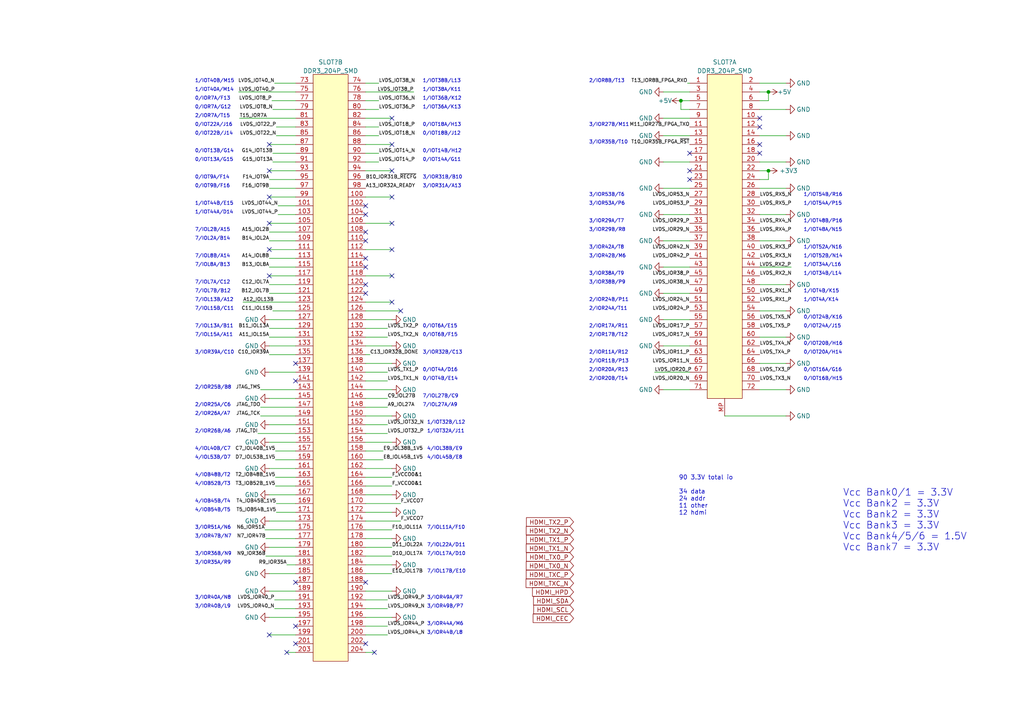
<source format=kicad_sch>
(kicad_sch (version 20211123) (generator eeschema)
  (paper "A4")
  (junction (at 222.885 49.53))
  (junction (at 197.485 29.21))
  (junction (at 222.885 26.67))
  (no_connect (at 106.045 59.69))
  (no_connect (at 85.725 110.49))
  (no_connect (at 106.045 77.47))
  (no_connect (at 106.045 69.85))
  (no_connect (at 106.045 186.69))
  (no_connect (at 78.105 184.15))
  (no_connect (at 113.665 64.77))
  (no_connect (at 106.045 67.31))
  (no_connect (at 106.045 85.09))
  (no_connect (at 83.185 189.23))
  (no_connect (at 78.105 80.01))
  (no_connect (at 113.665 80.01))
  (no_connect (at 106.045 168.91))
  (no_connect (at 113.665 57.15))
  (no_connect (at 220.345 34.29))
  (no_connect (at 85.725 186.69))
  (no_connect (at 78.105 49.53))
  (no_connect (at 200.025 44.45))
  (no_connect (at 106.045 62.23))
  (no_connect (at 85.725 181.61))
  (no_connect (at 113.665 34.29))
  (no_connect (at 200.025 49.53))
  (no_connect (at 78.105 64.77))
  (no_connect (at 78.105 57.15))
  (no_connect (at 113.665 49.53))
  (no_connect (at 113.665 72.39))
  (no_connect (at 220.345 44.45))
  (no_connect (at 85.725 105.41))
  (no_connect (at 78.105 41.91))
  (no_connect (at 220.345 41.91))
  (no_connect (at 113.665 87.63))
  (no_connect (at 220.345 36.83))
  (no_connect (at 108.585 189.23))
  (no_connect (at 106.045 82.55))
  (no_connect (at 85.725 168.91))
  (no_connect (at 78.105 72.39))
  (no_connect (at 106.045 74.93))
  (no_connect (at 116.205 90.17))
  (no_connect (at 200.025 52.07))
  (no_connect (at 113.665 41.91))
  (wire (pts (xy 109.855 31.75) (xy 106.045 31.75)))
  (wire (pts (xy 112.395 125.73) (xy 106.045 125.73)))
  (wire (pts (xy 106.045 57.15) (xy 113.665 57.15)))
  (wire (pts (xy 79.121 46.99) (xy 85.725 46.99)))
  (wire (pts (xy 78.105 77.47) (xy 85.725 77.47)))
  (wire (pts (xy 220.345 29.21) (xy 222.885 29.21)))
  (wire (pts (xy 77.089 156.21) (xy 85.725 156.21)))
  (wire (pts (xy 78.105 102.87) (xy 85.725 102.87)))
  (wire (pts (xy 210.185 120.65) (xy 227.965 120.65)))
  (wire (pts (xy 78.105 100.33) (xy 85.725 100.33)))
  (wire (pts (xy 109.855 39.37) (xy 106.045 39.37)))
  (wire (pts (xy 113.665 179.07) (xy 106.045 179.07)))
  (wire (pts (xy 227.965 105.41) (xy 220.345 105.41)))
  (wire (pts (xy 109.855 44.45) (xy 106.045 44.45)))
  (wire (pts (xy 227.965 46.99) (xy 220.345 46.99)))
  (wire (pts (xy 192.405 54.61) (xy 200.025 54.61)))
  (wire (pts (xy 227.965 39.37) (xy 220.345 39.37)))
  (wire (pts (xy 113.665 138.43) (xy 106.045 138.43)))
  (wire (pts (xy 79.883 140.97) (xy 85.725 140.97)))
  (wire (pts (xy 78.105 82.55) (xy 85.725 82.55)))
  (wire (pts (xy 74.803 125.73) (xy 85.725 125.73)))
  (wire (pts (xy 113.665 135.89) (xy 106.045 135.89)))
  (wire (pts (xy 112.395 110.49) (xy 106.045 110.49)))
  (wire (pts (xy 220.345 49.53) (xy 222.885 49.53)))
  (wire (pts (xy 229.489 77.47) (xy 220.345 77.47)))
  (wire (pts (xy 78.105 95.25) (xy 85.725 95.25)))
  (wire (pts (xy 78.105 97.79) (xy 85.725 97.79)))
  (wire (pts (xy 78.105 179.07) (xy 85.725 179.07)))
  (wire (pts (xy 227.965 54.61) (xy 220.345 54.61)))
  (wire (pts (xy 227.965 69.85) (xy 220.345 69.85)))
  (wire (pts (xy 113.665 120.65) (xy 106.045 120.65)))
  (wire (pts (xy 79.629 24.13) (xy 85.725 24.13)))
  (wire (pts (xy 80.137 39.37) (xy 85.725 39.37)))
  (wire (pts (xy 80.137 148.59) (xy 85.725 148.59)))
  (wire (pts (xy 79.121 31.75) (xy 85.725 31.75)))
  (wire (pts (xy 78.105 123.19) (xy 85.725 123.19)))
  (wire (pts (xy 113.665 158.75) (xy 106.045 158.75)))
  (wire (pts (xy 80.137 36.83) (xy 85.725 36.83)))
  (wire (pts (xy 112.395 118.11) (xy 106.045 118.11)))
  (wire (pts (xy 70.485 87.63) (xy 85.725 87.63)))
  (wire (pts (xy 197.485 31.75) (xy 197.485 29.21)))
  (wire (pts (xy 200.025 31.75) (xy 197.485 31.75)))
  (wire (pts (xy 106.045 87.63) (xy 113.665 87.63)))
  (wire (pts (xy 78.105 49.53) (xy 85.725 49.53)))
  (wire (pts (xy 78.105 67.31) (xy 85.725 67.31)))
  (wire (pts (xy 80.645 62.23) (xy 85.725 62.23)))
  (wire (pts (xy 79.883 130.81) (xy 85.725 130.81)))
  (wire (pts (xy 78.105 166.37) (xy 85.725 166.37)))
  (wire (pts (xy 107.315 102.87) (xy 106.045 102.87)))
  (wire (pts (xy 78.105 80.01) (xy 85.725 80.01)))
  (wire (pts (xy 227.965 97.79) (xy 220.345 97.79)))
  (wire (pts (xy 112.395 176.53) (xy 106.045 176.53)))
  (wire (pts (xy 113.665 161.29) (xy 106.045 161.29)))
  (wire (pts (xy 106.045 189.23) (xy 108.585 189.23)))
  (wire (pts (xy 106.045 80.01) (xy 113.665 80.01)))
  (wire (pts (xy 78.105 171.45) (xy 85.725 171.45)))
  (wire (pts (xy 192.405 34.29) (xy 200.025 34.29)))
  (wire (pts (xy 78.105 135.89) (xy 85.725 135.89)))
  (wire (pts (xy 113.665 148.59) (xy 106.045 148.59)))
  (wire (pts (xy 113.665 163.83) (xy 106.045 163.83)))
  (wire (pts (xy 78.105 52.07) (xy 85.725 52.07)))
  (wire (pts (xy 222.885 52.07) (xy 220.345 52.07)))
  (wire (pts (xy 113.665 100.33) (xy 106.045 100.33)))
  (wire (pts (xy 69.469 34.29) (xy 85.725 34.29)))
  (wire (pts (xy 113.665 128.27) (xy 106.045 128.27)))
  (wire (pts (xy 192.405 85.09) (xy 200.025 85.09)))
  (wire (pts (xy 109.855 36.83) (xy 106.045 36.83)))
  (wire (pts (xy 78.105 85.09) (xy 85.725 85.09)))
  (wire (pts (xy 106.045 72.39) (xy 113.665 72.39)))
  (wire (pts (xy 222.885 49.53) (xy 222.885 52.07)))
  (wire (pts (xy 112.395 123.19) (xy 106.045 123.19)))
  (wire (pts (xy 227.965 24.13) (xy 220.345 24.13)))
  (wire (pts (xy 79.629 173.99) (xy 85.725 173.99)))
  (wire (pts (xy 192.405 39.37) (xy 200.025 39.37)))
  (wire (pts (xy 75.565 113.03) (xy 85.725 113.03)))
  (wire (pts (xy 106.045 41.91) (xy 113.665 41.91)))
  (wire (pts (xy 111.125 133.35) (xy 106.045 133.35)))
  (wire (pts (xy 75.565 118.11) (xy 85.725 118.11)))
  (wire (pts (xy 77.089 161.29) (xy 85.725 161.29)))
  (wire (pts (xy 106.045 90.17) (xy 116.205 90.17)))
  (wire (pts (xy 192.405 100.33) (xy 200.025 100.33)))
  (wire (pts (xy 113.665 92.71) (xy 106.045 92.71)))
  (wire (pts (xy 113.665 105.41) (xy 106.045 105.41)))
  (wire (pts (xy 192.405 62.23) (xy 200.025 62.23)))
  (wire (pts (xy 120.015 26.67) (xy 106.045 26.67)))
  (wire (pts (xy 227.965 113.03) (xy 220.345 113.03)))
  (wire (pts (xy 78.105 151.13) (xy 85.725 151.13)))
  (wire (pts (xy 192.405 26.67) (xy 200.025 26.67)))
  (wire (pts (xy 79.121 90.17) (xy 85.725 90.17)))
  (wire (pts (xy 227.965 90.17) (xy 220.345 90.17)))
  (wire (pts (xy 113.665 153.67) (xy 106.045 153.67)))
  (wire (pts (xy 197.485 29.21) (xy 200.025 29.21)))
  (wire (pts (xy 78.105 158.75) (xy 85.725 158.75)))
  (wire (pts (xy 109.855 46.99) (xy 106.045 46.99)))
  (wire (pts (xy 78.105 107.95) (xy 85.725 107.95)))
  (wire (pts (xy 106.045 49.53) (xy 113.665 49.53)))
  (wire (pts (xy 78.867 29.21) (xy 85.725 29.21)))
  (wire (pts (xy 112.395 184.15) (xy 106.045 184.15)))
  (wire (pts (xy 192.405 46.99) (xy 200.025 46.99)))
  (wire (pts (xy 69.215 26.67) (xy 85.725 26.67)))
  (wire (pts (xy 192.405 77.47) (xy 200.025 77.47)))
  (wire (pts (xy 116.205 146.05) (xy 106.045 146.05)))
  (wire (pts (xy 112.395 173.99) (xy 106.045 173.99)))
  (wire (pts (xy 78.105 74.93) (xy 85.725 74.93)))
  (wire (pts (xy 112.395 95.25) (xy 106.045 95.25)))
  (wire (pts (xy 109.855 24.13) (xy 106.045 24.13)))
  (wire (pts (xy 113.665 166.37) (xy 106.045 166.37)))
  (wire (pts (xy 227.965 62.23) (xy 220.345 62.23)))
  (wire (pts (xy 189.865 107.95) (xy 200.025 107.95)))
  (wire (pts (xy 79.883 138.43) (xy 85.725 138.43)))
  (wire (pts (xy 199.39 24.13) (xy 200.025 24.13)))
  (wire (pts (xy 79.629 176.53) (xy 85.725 176.53)))
  (wire (pts (xy 192.405 92.71) (xy 200.025 92.71)))
  (wire (pts (xy 116.205 151.13) (xy 106.045 151.13)))
  (wire (pts (xy 113.665 113.03) (xy 106.045 113.03)))
  (wire (pts (xy 79.883 133.35) (xy 85.725 133.35)))
  (wire (pts (xy 78.105 64.77) (xy 85.725 64.77)))
  (wire (pts (xy 78.105 115.57) (xy 85.725 115.57)))
  (wire (pts (xy 112.395 107.95) (xy 106.045 107.95)))
  (wire (pts (xy 78.105 92.71) (xy 85.725 92.71)))
  (wire (pts (xy 113.665 171.45) (xy 106.045 171.45)))
  (wire (pts (xy 112.395 115.57) (xy 106.045 115.57)))
  (wire (pts (xy 78.105 57.15) (xy 85.725 57.15)))
  (wire (pts (xy 78.105 41.91) (xy 85.725 41.91)))
  (wire (pts (xy 78.105 54.61) (xy 85.725 54.61)))
  (wire (pts (xy 192.405 69.85) (xy 200.025 69.85)))
  (wire (pts (xy 106.045 34.29) (xy 113.665 34.29)))
  (wire (pts (xy 113.665 143.51) (xy 106.045 143.51)))
  (wire (pts (xy 192.405 113.03) (xy 200.025 113.03)))
  (wire (pts (xy 109.855 29.21) (xy 106.045 29.21)))
  (wire (pts (xy 76.835 153.67) (xy 85.725 153.67)))
  (wire (pts (xy 220.345 26.67) (xy 222.885 26.67)))
  (wire (pts (xy 78.105 184.15) (xy 85.725 184.15)))
  (wire (pts (xy 112.395 97.79) (xy 106.045 97.79)))
  (wire (pts (xy 78.105 128.27) (xy 85.725 128.27)))
  (wire (pts (xy 111.125 130.81) (xy 106.045 130.81)))
  (wire (pts (xy 113.665 140.97) (xy 106.045 140.97)))
  (wire (pts (xy 78.105 72.39) (xy 85.725 72.39)))
  (wire (pts (xy 83.185 163.83) (xy 85.725 163.83)))
  (wire (pts (xy 113.665 156.21) (xy 106.045 156.21)))
  (wire (pts (xy 227.965 31.75) (xy 220.345 31.75)))
  (wire (pts (xy 227.965 82.55) (xy 220.345 82.55)))
  (wire (pts (xy 78.105 143.51) (xy 85.725 143.51)))
  (wire (pts (xy 83.185 189.23) (xy 85.725 189.23)))
  (wire (pts (xy 78.105 69.85) (xy 85.725 69.85)))
  (wire (pts (xy 222.885 29.21) (xy 222.885 26.67)))
  (wire (pts (xy 75.565 120.65) (xy 85.725 120.65)))
  (wire (pts (xy 80.137 146.05) (xy 85.725 146.05)))
  (wire (pts (xy 112.395 181.61) (xy 106.045 181.61)))
  (wire (pts (xy 106.045 64.77) (xy 113.665 64.77)))
  (wire (pts (xy 80.645 59.69) (xy 85.725 59.69)))
  (wire (pts (xy 79.121 44.45) (xy 85.725 44.45)))
  (text "3/IOR38B/P9\n" (at 170.815 82.55 0) (effects (font (size 1 1)) (justify left bottom)))
  (text "3/IOR42B/M6\n" (at 170.815 74.93 0) (effects (font (size 1 1)) (justify left bottom)))
  (text "7/IOL17A/D10\n" (at 123.825 161.29 0) (effects (font (size 1 1)) (justify left bottom)))
  (text "3/IOR40A/N8\n" (at 56.515 173.99 0) (effects (font (size 1 1)) (justify left bottom)))
  (text "Vcc Bank2 = 3.3V" (at 244.475 150.495 0) (effects (font (size 2 2)) (justify left bottom)))
  (text "1/IOT36B/K12\n" (at 122.555 29.21 0) (effects (font (size 1 1)) (justify left bottom)))
  (text "7/IOL2B/A15\n" (at 56.515 67.31 0) (effects (font (size 1 1)) (justify left bottom)))
  (text "4/IOB45B/T4\n" (at 56.515 146.05 0) (effects (font (size 1 1)) (justify left bottom)))
  (text "Vcc Bank7 = 3.3V" (at 244.475 160.02 0) (effects (font (size 2 2)) (justify left bottom)))
  (text "3/IOR39A/C10" (at 56.515 102.87 0) (effects (font (size 1 1)) (justify left bottom)))
  (text "1/IOT34B/L14\n" (at 233.045 80.01 0) (effects (font (size 1 1)) (justify left bottom)))
  (text "3/IOR36B/N9\n" (at 56.515 161.29 0) (effects (font (size 1 1)) (justify left bottom)))
  (text "4/IOL38B/E9\n" (at 123.825 130.81 0) (effects (font (size 1 1)) (justify left bottom)))
  (text "1/IOT32B/L12\n" (at 123.825 123.19 0) (effects (font (size 1 1)) (justify left bottom)))
  (text "3/IOR44A/M6\n" (at 123.825 181.61 0) (effects (font (size 1 1)) (justify left bottom)))
  (text "0/IOT6A/E15\n" (at 122.555 95.25 0) (effects (font (size 1 1)) (justify left bottom)))
  (text "0/IOT9A/F14\n" (at 56.515 52.07 0) (effects (font (size 1 1)) (justify left bottom)))
  (text "0/IOT22A/J16\n" (at 56.515 36.83 0) (effects (font (size 1 1)) (justify left bottom)))
  (text "0/IOT13A/G15\n" (at 56.515 46.99 0) (effects (font (size 1 1)) (justify left bottom)))
  (text "3/IOR49A/R7" (at 123.825 173.99 0) (effects (font (size 1 1)) (justify left bottom)))
  (text "Vcc Bank2 = 3.3V" (at 244.475 147.32 0) (effects (font (size 2 2)) (justify left bottom)))
  (text "1/IOT36A/K13\n" (at 122.555 31.75 0) (effects (font (size 1 1)) (justify left bottom)))
  (text "3/IOR29A/T7\n" (at 170.815 64.77 0) (effects (font (size 1 1)) (justify left bottom)))
  (text "1/IOT38B/L13\n" (at 122.555 24.13 0) (effects (font (size 1 1)) (justify left bottom)))
  (text "1/IOT4B/K15\n" (at 233.045 85.09 0) (effects (font (size 1 1)) (justify left bottom)))
  (text "1/IOT38A/K11\n" (at 122.555 26.67 0) (effects (font (size 1 1)) (justify left bottom)))
  (text "7/IOL17B/E10\n" (at 123.825 166.37 0) (effects (font (size 1 1)) (justify left bottom)))
  (text "3/IOR44B/L8" (at 123.825 184.15 0) (effects (font (size 1 1)) (justify left bottom)))
  (text "4/IOB52B/T3" (at 56.515 140.97 0) (effects (font (size 1 1)) (justify left bottom)))
  (text "1/IOT40B/M15\n" (at 56.515 24.13 0) (effects (font (size 1 1)) (justify left bottom)))
  (text "1/IOT54A/P15\n" (at 233.045 59.69 0) (effects (font (size 1 1)) (justify left bottom)))
  (text "0/IOR7A/G12" (at 56.515 31.75 0) (effects (font (size 1 1)) (justify left bottom)))
  (text "1/IOT44A/D14" (at 56.515 62.23 0) (effects (font (size 1 1)) (justify left bottom)))
  (text "3/IOR38A/T9\n" (at 170.815 80.01 0) (effects (font (size 1 1)) (justify left bottom)))
  (text "2/IOR17B/T12\n" (at 170.815 97.79 0) (effects (font (size 1 1)) (justify left bottom)))
  (text "0/IOT20B/H16\n" (at 233.045 100.33 0) (effects (font (size 1 1)) (justify left bottom)))
  (text "Vcc Bank3 = 3.3V" (at 244.475 153.67 0) (effects (font (size 2 2)) (justify left bottom)))
  (text "7/IOL22A/D11\n" (at 123.825 158.75 0) (effects (font (size 1 1)) (justify left bottom)))
  (text "7/IOL11A/F10\n" (at 123.825 153.67 0) (effects (font (size 1 1)) (justify left bottom)))
  (text "3/IOR51A/N6\n" (at 56.515 153.67 0) (effects (font (size 1 1)) (justify left bottom)))
  (text "7/IOL7B/B12\n" (at 56.515 85.09 0) (effects (font (size 1 1)) (justify left bottom)))
  (text "2/IOR17A/R11\n" (at 170.815 95.25 0) (effects (font (size 1 1)) (justify left bottom)))
  (text "0/IOT4A/D16\n" (at 122.555 107.95 0) (effects (font (size 1 1)) (justify left bottom)))
  (text "0/IOT13B/G14\n" (at 56.515 44.45 0) (effects (font (size 1 1)) (justify left bottom)))
  (text "3/IOR27B/M11\n" (at 170.815 36.83 0) (effects (font (size 1 1)) (justify left bottom)))
  (text "0/IOT18A/H13" (at 122.555 36.83 0) (effects (font (size 1 1)) (justify left bottom)))
  (text "3/IOR35B/T10\n" (at 170.815 41.91 0) (effects (font (size 1 1)) (justify left bottom)))
  (text "2/IOR24A/T11\n" (at 170.815 90.17 0) (effects (font (size 1 1)) (justify left bottom)))
  (text "1/IOT52A/N16\n" (at 233.045 72.39 0) (effects (font (size 1 1)) (justify left bottom)))
  (text "2/IOR25A/C6\n" (at 56.515 118.11 0) (effects (font (size 1 1)) (justify left bottom)))
  (text "3/IOR40B/L9\n" (at 56.515 176.53 0) (effects (font (size 1 1)) (justify left bottom)))
  (text "7/IOL27A/A9\n" (at 122.555 118.11 0) (effects (font (size 1 1)) (justify left bottom)))
  (text "2/IOR8B/T13\n" (at 170.815 24.13 0) (effects (font (size 1 1)) (justify left bottom)))
  (text "7/IOL13B/A12\n" (at 56.515 87.63 0) (effects (font (size 1 1)) (justify left bottom)))
  (text "3/IOR32B/C13\n" (at 122.555 102.87 0) (effects (font (size 1 1)) (justify left bottom)))
  (text "0/IOT24B/K16\n" (at 233.045 92.71 0) (effects (font (size 1 1)) (justify left bottom)))
  (text "0/IOT6B/F15\n" (at 122.555 97.79 0) (effects (font (size 1 1)) (justify left bottom)))
  (text "3/IOR31A/A13" (at 122.555 54.61 0) (effects (font (size 1 1)) (justify left bottom)))
  (text "2/IOR7A/T15\n" (at 56.515 34.29 0) (effects (font (size 1 1)) (justify left bottom)))
  (text "0/IOR7A/F13\n" (at 56.515 29.21 0) (effects (font (size 1 1)) (justify left bottom)))
  (text "0/IOT14B/H12\n" (at 122.555 44.45 0) (effects (font (size 1 1)) (justify left bottom)))
  (text "7/IOL15A/A11\n" (at 56.515 97.79 0) (effects (font (size 1 1)) (justify left bottom)))
  (text "7/IOL15B/C11\n" (at 56.515 90.17 0) (effects (font (size 1 1)) (justify left bottom)))
  (text "3/IOR53A/P6\n" (at 170.815 59.69 0) (effects (font (size 1 1)) (justify left bottom)))
  (text "0/IOT16B/H15\n" (at 233.045 110.49 0) (effects (font (size 1 1)) (justify left bottom)))
  (text "1/IOT44B/E15\n" (at 56.515 59.69 0) (effects (font (size 1 1)) (justify left bottom)))
  (text "4/IOL40B/C7\n" (at 56.515 130.81 0) (effects (font (size 1 1)) (justify left bottom)))
  (text "2/IOR26A/A7\n" (at 56.515 120.65 0) (effects (font (size 1 1)) (justify left bottom)))
  (text "2/IOR25B/B8\n" (at 56.515 113.03 0) (effects (font (size 1 1)) (justify left bottom)))
  (text "0/IOT14A/G11" (at 122.555 46.99 0) (effects (font (size 1 1)) (justify left bottom)))
  (text "3/IOR42A/T8\n" (at 170.815 72.39 0) (effects (font (size 1 1)) (justify left bottom)))
  (text "0/IOT22B/J14\n" (at 56.515 39.37 0) (effects (font (size 1 1)) (justify left bottom)))
  (text "Vcc Bank4/5/6 = 1.5V" (at 244.475 156.845 0) (effects (font (size 2 2)) (justify left bottom)))
  (text "7/IOL13A/B11\n" (at 56.515 95.25 0) (effects (font (size 1 1)) (justify left bottom)))
  (text "0/IOT24A/J15\n" (at 233.045 95.25 0) (effects (font (size 1 1)) (justify left bottom)))
  (text "4/IOB54B/T5\n" (at 56.515 148.59 0) (effects (font (size 1 1)) (justify left bottom)))
  (text "0/IOT9B/F16\n" (at 56.515 54.61 0) (effects (font (size 1 1)) (justify left bottom)))
  (text "7/IOL27B/C9\n" (at 122.555 115.57 0) (effects (font (size 1 1)) (justify left bottom)))
  (text "4/IOL53B/D7" (at 56.515 133.35 0) (effects (font (size 1 1)) (justify left bottom)))
  (text "1/IOT48A/N15\n" (at 233.045 67.31 0) (effects (font (size 1 1)) (justify left bottom)))
  (text "4/IOL45B/E8\n" (at 123.825 133.35 0) (effects (font (size 1 1)) (justify left bottom)))
  (text "3/IOR29B/R8\n" (at 170.815 67.31 0) (effects (font (size 1 1)) (justify left bottom)))
  (text "1/IOT48B/P16\n" (at 233.045 64.77 0) (effects (font (size 1 1)) (justify left bottom)))
  (text "7/IOL7A/C12\n" (at 56.515 82.55 0) (effects (font (size 1 1)) (justify left bottom)))
  (text "Vcc Bank0/1 = 3.3V" (at 244.475 144.145 0) (effects (font (size 2 2)) (justify left bottom)))
  (text "1/IOT54B/R16\n" (at 233.045 57.15 0) (effects (font (size 1 1)) (justify left bottom)))
  (text "7/IOL2A/B14\n" (at 56.515 69.85 0) (effects (font (size 1 1)) (justify left bottom)))
  (text "3/IOR31B/B10" (at 122.555 52.07 0) (effects (font (size 1 1)) (justify left bottom)))
  (text "2/IOR11B/P13\n" (at 170.815 105.41 0) (effects (font (size 1 1)) (justify left bottom)))
  (text "0/IOT18B/J12\n" (at 122.555 39.37 0) (effects (font (size 1 1)) (justify left bottom)))
  (text "2/IOR20B/T14\n" (at 170.815 110.49 0) (effects (font (size 1 1)) (justify left bottom)))
  (text "0/IOT20A/H14\n" (at 233.045 102.87 0) (effects (font (size 1 1)) (justify left bottom)))
  (text "1/IOT32A/J11\n" (at 123.825 125.73 0) (effects (font (size 1 1)) (justify left bottom)))
  (text "3/IOR35A/R9\n" (at 56.515 163.83 0) (effects (font (size 1 1)) (justify left bottom)))
  (text "1/IOT40A/M14\n" (at 56.515 26.67 0) (effects (font (size 1 1)) (justify left bottom)))
  (text "1/IOT52B/N14\n" (at 233.045 74.93 0) (effects (font (size 1 1)) (justify left bottom)))
  (text "2/IOR26B/A6\n" (at 56.515 125.73 0) (effects (font (size 1 1)) (justify left bottom)))
  (text "7/IOL8B/A14\n" (at 56.515 74.93 0) (effects (font (size 1 1)) (justify left bottom)))
  (text "4/IOB48B/T2" (at 56.515 138.43 0) (effects (font (size 1 1)) (justify left bottom)))
  (text "3/IOR47B/N7" (at 56.515 156.21 0) (effects (font (size 1 1)) (justify left bottom)))
  (text "7/IOL8A/B13\n" (at 56.515 77.47 0) (effects (font (size 1 1)) (justify left bottom)))
  (text "0/IOT16A/G16\n" (at 233.045 107.95 0) (effects (font (size 1 1)) (justify left bottom)))
  (text "2/IOR20A/R13\n" (at 170.815 107.95 0) (effects (font (size 1 1)) (justify left bottom)))
  (text "90 3.3V total io\n\n34 data\n24 addr\n11 other\n12 hdmi" (at 196.85 149.606 0) (effects (font (size 1.27 1.27)) (justify left bottom)))
  (text "3/IOR49B/P7\n" (at 123.825 176.53 0) (effects (font (size 1 1)) (justify left bottom)))
  (text "1/IOT34A/L16\n" (at 233.045 77.47 0) (effects (font (size 1 1)) (justify left bottom)))
  (text "2/IOR11A/R12\n" (at 170.815 102.87 0) (effects (font (size 1 1)) (justify left bottom)))
  (text "3/IOR53B/T6\n" (at 170.815 57.15 0) (effects (font (size 1 1)) (justify left bottom)))
  (text "2/IOR24B/P11\n" (at 170.815 87.63 0) (effects (font (size 1 1)) (justify left bottom)))
  (text "0/IOT4B/E14\n" (at 122.555 110.49 0) (effects (font (size 1 1)) (justify left bottom)))
  (text "1/IOT4A/K14\n" (at 233.045 87.63 0) (effects (font (size 1 1)) (justify left bottom)))
  (label "LVDS_IOT22_P" (at 80.137 36.83 180) (effects (font (size 1 1))))
  (label "N7_IOR47B" (at 77.089 156.21 180) (effects (font (size 1 1))))
  (label "LVDS_IOT14_P" (at 109.855 46.99 0) (effects (font (size 1 1))))
  (label "T3_IOB52B_1V5" (at 79.883 140.97 180) (effects (font (size 1 1))))
  (label "LVDS_IOR40_N" (at 79.629 176.53 180) (effects (font (size 1 1))))
  (label "C13_IOR32B_DONE" (at 107.315 102.87 0) (effects (font (size 1 1))))
  (label "LVDS_TX1_N" (at 112.395 110.49 0) (effects (font (size 1 1))))
  (label "LVDS_IOR42_N" (at 200.025 72.39 180) (effects (font (size 1 1))))
  (label "LVDS_IOR49_N" (at 112.395 176.53 0) (effects (font (size 1 1))))
  (label "LVDS_IOR17_P" (at 200.025 95.25 180) (effects (font (size 1 1))))
  (label "LVDS_IOR38_N" (at 200.025 82.55 180) (effects (font (size 1 1))))
  (label "LVDS_IOR49_P" (at 112.395 173.99 0) (effects (font (size 1 1))))
  (label "LVDS_RX2_N" (at 220.345 80.01 0) (effects (font (size 1 1))))
  (label "D10_IOL17A" (at 113.665 161.29 0) (effects (font (size 1 1))))
  (label "M11_IOR27B_FPGA_TXO" (at 200.025 36.83 180) (effects (font (size 1 1))))
  (label "B11_IOL13A" (at 78.105 95.25 180) (effects (font (size 1 1))))
  (label "LVDS_IOT14_N" (at 109.855 44.45 0) (effects (font (size 1 1))))
  (label "LVDS_IOR53_P" (at 200.025 59.69 180) (effects (font (size 1 1))))
  (label "LVDS_RX3_N" (at 220.345 74.93 0) (effects (font (size 1 1))))
  (label "LVDS_IOT8_P" (at 78.867 29.21 180) (effects (font (size 1 1))))
  (label "T10_IOR35B_FPGA_~{RST}" (at 200.025 41.91 180) (effects (font (size 1 1))))
  (label "LVDS_TX4_P" (at 220.345 102.87 0) (effects (font (size 1 1))))
  (label "E8_IOL45B_1V5" (at 111.125 133.35 0) (effects (font (size 1 1))))
  (label "C9_IOL27B" (at 112.395 115.57 0) (effects (font (size 1 1))))
  (label "JTAG_TDO" (at 75.565 118.11 180) (effects (font (size 1 1))))
  (label "D7_IOL53B_1V5" (at 79.883 133.35 180) (effects (font (size 1 1))))
  (label "LVDS_IOT22_N" (at 80.137 39.37 180) (effects (font (size 1 1))))
  (label "A9_IOL27A" (at 112.395 118.11 0) (effects (font (size 1 1))))
  (label "LVDS_IOR20_N" (at 200.025 110.49 180) (effects (font (size 1 1))))
  (label "LVDS_IOR38_P" (at 200.025 80.01 180) (effects (font (size 1 1))))
  (label "F16_IOT9B" (at 78.105 54.61 180) (effects (font (size 1 1))))
  (label "LVDS_TX4_N" (at 220.345 100.33 0) (effects (font (size 1 1))))
  (label "LVDS_RX5_N" (at 220.345 57.15 0) (effects (font (size 1 1))))
  (label "B14_IOL2A" (at 78.105 69.85 180) (effects (font (size 1 1))))
  (label "LVDS_IOR53_N" (at 200.025 57.15 180) (effects (font (size 1 1))))
  (label "G14_IOT13B" (at 79.121 44.45 180) (effects (font (size 1 1))))
  (label "LVDS_IOR44_N" (at 112.395 184.15 0) (effects (font (size 1 1))))
  (label "G15_IOT13A" (at 79.121 46.99 180) (effects (font (size 1 1))))
  (label "LVDS_RX4_N" (at 220.345 64.77 0) (effects (font (size 1 1))))
  (label "JTAG_TMS" (at 75.565 113.03 180) (effects (font (size 1 1))))
  (label "LVDS_IOR24_P" (at 200.025 90.17 180) (effects (font (size 1 1))))
  (label "LVDS_IOR29_N" (at 200.025 67.31 180) (effects (font (size 1 1))))
  (label "B13_IOL8A" (at 78.105 77.47 180) (effects (font (size 1 1))))
  (label "B10_IOR31B_~{RECFG}" (at 106.045 52.07 0) (effects (font (size 1 1))))
  (label "LVDS_RX1_N" (at 220.345 85.09 0) (effects (font (size 1 1))))
  (label "LVDS_IOT8_N" (at 79.121 31.75 180) (effects (font (size 1 1))))
  (label "C12_IOL7A" (at 78.105 82.55 180) (effects (font (size 1 1))))
  (label "C11_IOL15B" (at 79.121 90.17 180) (effects (font (size 1 1))))
  (label "F_VCCO7" (at 116.205 146.05 0) (effects (font (size 1 1))))
  (label "LVDS_IOR24_N" (at 200.025 87.63 180) (effects (font (size 1 1))))
  (label "LVDS_IOR44_P" (at 112.395 181.61 0) (effects (font (size 1 1))))
  (label "LVDS_IOT40_N" (at 79.629 24.13 180) (effects (font (size 1 1))))
  (label "C10_IOR39A" (at 78.105 102.87 180) (effects (font (size 1 1))))
  (label "LVDS_IOR11_P" (at 200.025 102.87 180) (effects (font (size 1 1))))
  (label "LVDS_IOT44_P" (at 80.645 62.23 180) (effects (font (size 1 1))))
  (label "LVDS_IOT44_N" (at 80.645 59.69 180) (effects (font (size 1 1))))
  (label "LVDS_TX5_P" (at 220.345 95.25 0) (effects (font (size 1 1))))
  (label "A11_IOL15A" (at 78.105 97.79 180) (effects (font (size 1 1))))
  (label "LVDS_TX2_N" (at 112.395 97.79 0) (effects (font (size 1 1))))
  (label "B12_IOL7B" (at 78.105 85.09 180) (effects (font (size 1 1))))
  (label "LVDS_TX1_P" (at 112.395 107.95 0) (effects (font (size 1 1))))
  (label "LVDS_IOT32_P" (at 112.395 125.73 0) (effects (font (size 1 1))))
  (label "LVDS_IOR29_P" (at 200.025 64.77 180) (effects (font (size 1 1))))
  (label "T4_IOB45B_1V5" (at 80.137 146.05 180) (effects (font (size 1 1))))
  (label "F_VCCO0&1" (at 113.665 140.97 0) (effects (font (size 1 1))))
  (label "JTAG_TCK" (at 75.565 120.65 180) (effects (font (size 1 1))))
  (label "D11_IOL22A" (at 113.665 158.75 0) (effects (font (size 1 1))))
  (label "E10_IOL17B" (at 113.665 166.37 0) (effects (font (size 1 1))))
  (label "T13_IOR8B_FPGA_RXO" (at 199.39 24.13 180) (effects (font (size 1 1))))
  (label "LVDS_TX3_P" (at 220.345 107.95 0) (effects (font (size 1 1))))
  (label "R9_IOR35A" (at 83.185 163.83 180) (effects (font (size 1 1))))
  (label "LVDS_IOR20_P" (at 189.865 107.95 0) (effects (font (size 1 1))))
  (label "F_VCCO0&1" (at 113.665 138.43 0) (effects (font (size 1 1))))
  (label "LVDS_IOT32_N" (at 112.395 123.19 0) (effects (font (size 1 1))))
  (label "A13_IOR32A_READY" (at 106.045 54.61 0) (effects (font (size 1 1))))
  (label "JTAG_TDI" (at 74.803 125.73 180) (effects (font (size 1 1))))
  (label "C9_IOL27B" (at 338.582 118.364 180) (effects (font (size 1 1))))
  (label "T2_IOB48B_1V5" (at 79.883 138.43 180) (effects (font (size 1 1))))
  (label "LVDS_IOT38_P" (at 120.015 26.67 180) (effects (font (size 1 1))))
  (label "LVDS_IOR11_N" (at 200.025 105.41 180) (effects (font (size 1 1))))
  (label "LVDS_RX1_P" (at 220.345 87.63 0) (effects (font (size 1 1))))
  (label "LVDS_RX3_P" (at 220.345 72.39 0) (effects (font (size 1 1))))
  (label "LVDS_IOT18_P" (at 109.855 36.83 0) (effects (font (size 1 1))))
  (label "E9_IOL38B_1V5" (at 111.125 130.81 0) (effects (font (size 1 1))))
  (label "LVDS_TX2_P" (at 112.395 95.25 0) (effects (font (size 1 1))))
  (label "LVDS_IOT38_N" (at 109.855 24.13 0) (effects (font (size 1 1))))
  (label "T5_IOB54B_1V5" (at 80.137 148.59 180) (effects (font (size 1 1))))
  (label "LVDS_RX2_P" (at 229.489 77.47 180) (effects (font (size 1 1))))
  (label "N9_IOR36B" (at 77.089 161.29 180) (effects (font (size 1 1))))
  (label "F14_IOT9A" (at 78.105 52.07 180) (effects (font (size 1 1))))
  (label "LVDS_IOT36_P" (at 109.855 31.75 0) (effects (font (size 1 1))))
  (label "LVDS_RX5_P" (at 220.345 59.69 0) (effects (font (size 1 1))))
  (label "N6_IOR51A" (at 76.835 153.67 180) (effects (font (size 1 1))))
  (label "A12_IOL13B" (at 70.485 87.63 0) (effects (font (size 1 1))))
  (label "LVDS_IOT36_N" (at 109.855 29.21 0) (effects (font (size 1 1))))
  (label "A15_IOL2B" (at 78.105 67.31 180) (effects (font (size 1 1))))
  (label "LVDS_TX3_N" (at 220.345 110.49 0) (effects (font (size 1 1))))
  (label "LVDS_IOT18_N" (at 109.855 39.37 0) (effects (font (size 1 1))))
  (label "LVDS_IOR40_P" (at 79.629 173.99 180) (effects (font (size 1 1))))
  (label "LVDS_IOT40_P" (at 69.215 26.67 0) (effects (font (size 1 1))))
  (label "LVDS_TX5_N" (at 220.345 92.71 0) (effects (font (size 1 1))))
  (label "T15_IOR7A" (at 69.469 34.29 0) (effects (font (size 1 1))))
  (label "F_VCCO7" (at 116.205 151.13 0) (effects (font (size 1 1))))
  (label "C7_IOL40B_1V5" (at 79.883 130.81 180) (effects (font (size 1 1))))
  (label "LVDS_IOR42_P" (at 200.025 74.93 180) (effects (font (size 1 1))))
  (label "A14_IOL8B" (at 78.105 74.93 180) (effects (font (size 1 1))))
  (label "LVDS_RX4_P" (at 220.345 67.31 0) (effects (font (size 1 1))))
  (label "LVDS_IOR17_N" (at 200.025 97.79 180) (effects (font (size 1 1))))
  (label "F10_IOL11A" (at 113.665 153.67 0) (effects (font (size 1 1))))
  (label "LVDS_IOR44_P" (at 443.992 37.084 180) (effects (font (size 1 1))))
  (global_label "HDMI_TXC_P" (shape input) (at 166.37 166.624 180) (property "Intersheet References" "${INTERSHEET_REFS}" (effects hide)))
  (global_label "FPGA_D16" (shape bidirectional) (at 396.24 123.698 0) (property "Intersheet References" "${INTERSHEET_REFS}" (effects hide)))
  (global_label "FPGA_A21" (shape bidirectional) (at 396.24 226.06 0) (property "Intersheet References" "${INTERSHEET_REFS}" (effects hide)))
  (global_label "FPGA_D14" (shape bidirectional) (at 396.24 118.618 0) (property "Intersheet References" "${INTERSHEET_REFS}" (effects hide)))
  (global_label "FPGA_A19" (shape bidirectional) (at 396.24 220.98 0) (property "Intersheet References" "${INTERSHEET_REFS}" (effects hide)))
  (global_label "HDMI_TX2_P" (shape input) (at 166.37 151.384 180) (property "Intersheet References" "${INTERSHEET_REFS}" (effects hide)))
  (global_label "FPGA_D28" (shape bidirectional) (at 396.24 154.178 0) (property "Intersheet References" "${INTERSHEET_REFS}" (effects hide)))
  (global_label "FPGA_INT_" (shape input) (at 396.24 264.16 0) (property "Intersheet References" "${INTERSHEET_REFS}" (effects hide)))
  (global_label "FPGA_A7" (shape bidirectional) (at 396.24 190.5 0) (property "Intersheet References" "${INTERSHEET_REFS}" (effects hide)))
  (global_label "FPGA_D2" (shape bidirectional) (at 396.24 88.138 0) (property "Intersheet References" "${INTERSHEET_REFS}" (effects hide)))
  (global_label "FPGA_D12" (shape bidirectional) (at 396.24 113.538 0) (property "Intersheet References" "${INTERSHEET_REFS}" (effects hide)))
  (global_label "FPGA_D7" (shape bidirectional) (at 396.24 100.838 0) (property "Intersheet References" "${INTERSHEET_REFS}" (effects hide)))
  (global_label "FPGA_A9" (shape bidirectional) (at 396.24 195.58 0) (property "Intersheet References" "${INTERSHEET_REFS}" (effects hide)))
  (global_label "_FPGA_D_BUFF_OE" (shape bidirectional) (at 396.24 166.878 0) (property "Intersheet References" "${INTERSHEET_REFS}" (effects hide)))
  (global_label "FPGA_DSACK1_" (shape input) (at 396.24 259.08 0) (property "Intersheet References" "${INTERSHEET_REFS}" (effects hide)))
  (global_label "FPGA_A17" (shape bidirectional) (at 396.24 215.9 0) (property "Intersheet References" "${INTERSHEET_REFS}" (effects hide)))
  (global_label "FPGA_DSACK0_" (shape input) (at 396.24 261.62 0) (property "Intersheet References" "${INTERSHEET_REFS}" (effects hide)))
  (global_label "FPGA_A6" (shape bidirectional) (at 396.24 187.96 0) (property "Intersheet References" "${INTERSHEET_REFS}" (effects hide)))
  (global_label "FPGA_D23" (shape bidirectional) (at 396.24 141.478 0) (property "Intersheet References" "${INTERSHEET_REFS}" (effects hide)))
  (global_label "FPGA_D4" (shape bidirectional) (at 396.24 93.218 0) (property "Intersheet References" "${INTERSHEET_REFS}" (effects hide)))
  (global_label "FPGA_D_BUFF_DIR" (shape bidirectional) (at 396.24 164.338 0) (property "Intersheet References" "${INTERSHEET_REFS}" (effects hide)))
  (global_label "FPGA_D27" (shape bidirectional) (at 396.24 151.638 0) (property "Intersheet References" "${INTERSHEET_REFS}" (effects hide)))
  (global_label "FPGA_A14" (shape bidirectional) (at 396.24 208.28 0) (property "Intersheet References" "${INTERSHEET_REFS}" (effects hide)))
  (global_label "HDMI_TX2_N" (shape input) (at 166.37 153.924 180) (property "Intersheet References" "${INTERSHEET_REFS}" (effects hide)))
  (global_label "FPGA_D20" (shape bidirectional) (at 396.24 133.858 0) (property "Intersheet References" "${INTERSHEET_REFS}" (effects hide)))
  (global_label "FPGA_D19" (shape bidirectional) (at 396.24 131.318 0) (property "Intersheet References" "${INTERSHEET_REFS}" (effects hide)))
  (global_label "FPGA_D1" (shape bidirectional) (at 396.24 85.598 0) (property "Intersheet References" "${INTERSHEET_REFS}" (effects hide)))
  (global_label "FPGA_D26" (shape bidirectional) (at 396.24 149.098 0) (property "Intersheet References" "${INTERSHEET_REFS}" (effects hide)))
  (global_label "FPGA_D8" (shape bidirectional) (at 396.24 103.378 0) (property "Intersheet References" "${INTERSHEET_REFS}" (effects hide)))
  (global_label "FPGA_A13" (shape bidirectional) (at 396.24 205.74 0) (property "Intersheet References" "${INTERSHEET_REFS}" (effects hide)))
  (global_label "FPGA_SIZE1" (shape input) (at 396.24 246.38 0) (property "Intersheet References" "${INTERSHEET_REFS}" (effects hide)))
  (global_label "FPGA_OVR_" (shape input) (at 396.24 256.54 0) (property "Intersheet References" "${INTERSHEET_REFS}" (effects hide)))
  (global_label "FPGA_A20" (shape bidirectional) (at 396.24 223.52 0) (property "Intersheet References" "${INTERSHEET_REFS}" (effects hide)))
  (global_label "FPGA_D25" (shape bidirectional) (at 396.24 146.558 0) (property "Intersheet References" "${INTERSHEET_REFS}" (effects hide)))
  (global_label "FPGA_RST_" (shape input) (at 396.24 251.46 0) (property "Intersheet References" "${INTERSHEET_REFS}" (effects hide)))
  (global_label "FPGA_A22" (shape bidirectional) (at 396.24 228.6 0) (property "Intersheet References" "${INTERSHEET_REFS}" (effects hide)))
  (global_label "FPGA_A2" (shape bidirectional) (at 396.24 177.8 0) (property "Intersheet References" "${INTERSHEET_REFS}" (effects hide)))
  (global_label "HDMI_SCL" (shape input) (at 166.37 176.784 180) (property "Intersheet References" "${INTERSHEET_REFS}" (effects hide)))
  (global_label "FPGA_D10" (shape bidirectional) (at 396.24 108.458 0) (property "Intersheet References" "${INTERSHEET_REFS}" (effects hide)))
  (global_label "FPGA_SIZE0" (shape input) (at 396.24 243.84 0) (property "Intersheet References" "${INTERSHEET_REFS}" (effects hide)))
  (global_label "FPGA_A18" (shape bidirectional) (at 396.24 218.44 0) (property "Intersheet References" "${INTERSHEET_REFS}" (effects hide)))
  (global_label "FPGA_A16" (shape bidirectional) (at 396.24 213.36 0) (property "Intersheet References" "${INTERSHEET_REFS}" (effects hide)))
  (global_label "FPGA_D29" (shape bidirectional) (at 396.24 156.718 0) (property "Intersheet References" "${INTERSHEET_REFS}" (effects hide)))
  (global_label "HDMI_TX1_P" (shape input) (at 166.37 156.464 180) (property "Intersheet References" "${INTERSHEET_REFS}" (effects hide)))
  (global_label "FPGA_D6" (shape bidirectional) (at 396.24 98.298 0) (property "Intersheet References" "${INTERSHEET_REFS}" (effects hide)))
  (global_label "FPGA_D5" (shape bidirectional) (at 396.24 95.758 0) (property "Intersheet References" "${INTERSHEET_REFS}" (effects hide)))
  (global_label "FPGA_D24" (shape bidirectional) (at 396.24 144.018 0) (property "Intersheet References" "${INTERSHEET_REFS}" (effects hide)))
  (global_label "FPGA_A3" (shape bidirectional) (at 396.24 180.34 0) (property "Intersheet References" "${INTERSHEET_REFS}" (effects hide)))
  (global_label "HDMI_SDA" (shape input) (at 166.37 174.244 180) (property "Intersheet References" "${INTERSHEET_REFS}" (effects hide)))
  (global_label "FPGA_DS_" (shape input) (at 396.24 236.22 0) (property "Intersheet References" "${INTERSHEET_REFS}" (effects hide)))
  (global_label "HDMI_HPD" (shape input) (at 166.37 171.704 180) (property "Intersheet References" "${INTERSHEET_REFS}" (effects hide)))
  (global_label "HDMI_CEC" (shape input) (at 166.37 179.324 180) (property "Intersheet References" "${INTERSHEET_REFS}" (effects hide)))
  (global_label "FPGA_D22" (shape bidirectional) (at 396.24 138.938 0) (property "Intersheet References" "${INTERSHEET_REFS}" (effects hide)))
  (global_label "FPGA_A5" (shape bidirectional) (at 396.24 185.42 0) (property "Intersheet References" "${INTERSHEET_REFS}" (effects hide)))
  (global_label "FPGA_D9" (shape bidirectional) (at 396.24 105.918 0) (property "Intersheet References" "${INTERSHEET_REFS}" (effects hide)))
  (global_label "FPGA_D21" (shape bidirectional) (at 396.24 136.398 0) (property "Intersheet References" "${INTERSHEET_REFS}" (effects hide)))
  (global_label "FPGA_A15" (shape bidirectional) (at 396.24 210.82 0) (property "Intersheet References" "${INTERSHEET_REFS}" (effects hide)))
  (global_label "FPGA_A8" (shape bidirectional) (at 396.24 193.04 0) (property "Intersheet References" "${INTERSHEET_REFS}" (effects hide)))
  (global_label "FPGA_D15" (shape bidirectional) (at 396.24 121.158 0) (property "Intersheet References" "${INTERSHEET_REFS}" (effects hide)))
  (global_label "FPGA_A12" (shape bidirectional) (at 396.24 203.2 0) (property "Intersheet References" "${INTERSHEET_REFS}" (effects hide)))
  (global_label "FPGA_D3" (shape bidirectional) (at 396.24 90.678 0) (property "Intersheet References" "${INTERSHEET_REFS}" (effects hide)))
  (global_label "FPGA_D31" (shape bidirectional) (at 396.24 161.798 0) (property "Intersheet References" "${INTERSHEET_REFS}" (effects hide)))
  (global_label "FPGA_D30" (shape bidirectional) (at 396.24 159.258 0) (property "Intersheet References" "${INTERSHEET_REFS}" (effects hide)))
  (global_label "FPGA_A11" (shape bidirectional) (at 396.24 200.66 0) (property "Intersheet References" "${INTERSHEET_REFS}" (effects hide)))
  (global_label "FPGA_R_W" (shape input) (at 396.24 241.3 0) (property "Intersheet References" "${INTERSHEET_REFS}" (effects hide)))
  (global_label "FPGA_D18" (shape bidirectional) (at 396.24 128.778 0) (property "Intersheet References" "${INTERSHEET_REFS}" (effects hide)))
  (global_label "FPGA_A0" (shape bidirectional) (at 396.24 172.72 0) (property "Intersheet References" "${INTERSHEET_REFS}" (effects hide)))
  (global_label "HDMI_TX0_P" (shape input) (at 166.37 161.544 180) (property "Intersheet References" "${INTERSHEET_REFS}" (effects hide)))
  (global_label "FPGA_AS_" (shape input) (at 396.24 238.76 0) (property "Intersheet References" "${INTERSHEET_REFS}" (effects hide)))
  (global_label "FPGA_A10" (shape bidirectional) (at 396.24 198.12 0) (property "Intersheet References" "${INTERSHEET_REFS}" (effects hide)))
  (global_label "FPGA_D0" (shape bidirectional) (at 396.24 83.058 0) (property "Intersheet References" "${INTERSHEET_REFS}" (effects hide)))
  (global_label "FPGA_A4" (shape bidirectional) (at 396.24 182.88 0) (property "Intersheet References" "${INTERSHEET_REFS}" (effects hide)))
  (global_label "HDMI_TXC_N" (shape input) (at 166.37 169.164 180) (property "Intersheet References" "${INTERSHEET_REFS}" (effects hide)))
  (global_label "HDMI_TX1_N" (shape input) (at 166.37 159.004 180) (property "Intersheet References" "${INTERSHEET_REFS}" (effects hide)))
  (global_label "FPGA_D11" (shape bidirectional) (at 396.24 110.998 0) (property "Intersheet References" "${INTERSHEET_REFS}" (effects hide)))
  (global_label "HDMI_TX0_N" (shape input) (at 166.37 164.084 180) (property "Intersheet References" "${INTERSHEET_REFS}" (effects hide)))
  (global_label "FPGA_A1" (shape bidirectional) (at 396.24 175.26 0) (property "Intersheet References" "${INTERSHEET_REFS}" (effects hide)))
  (global_label "FPGA_A23" (shape bidirectional) (at 396.24 231.14 0) (property "Intersheet References" "${INTERSHEET_REFS}" (effects hide)))
  (global_label "FPGA_D13" (shape bidirectional) (at 396.24 116.078 0) (property "Intersheet References" "${INTERSHEET_REFS}" (effects hide)))
  (global_label "FPGA_D17" (shape bidirectional) (at 396.24 126.238 0) (property "Intersheet References" "${INTERSHEET_REFS}" (effects hide)))
  (global_label "FPGA_C14M" (shape input) (at 396.24 248.92 0) (property "Intersheet References" "${INTERSHEET_REFS}" (effects hide)))
  (symbol (lib_id "power:GND") (at 227.965 120.65 90) (unit 1)
    (property "Reference" "#PWR?" (effects hide))
    (property "Value" "GND" (at 233.045 120.65 90))
  )
  (symbol (lib_id "power:GND") (at 227.965 97.79 90) (unit 1)
    (property "Reference" "#PWR?" (effects hide))
    (property "Value" "GND" (at 233.045 97.79 90))
  )
  (symbol (lib_id "power:GND") (at 78.105 171.45 270) (unit 1)
    (property "Reference" "#PWR?" (effects hide))
    (property "Value" "GND" (at 73.025 171.45 90))
  )
  (symbol (lib_id "power:GND") (at 113.665 135.89 90) (unit 1)
    (property "Reference" "#PWR?" (effects hide))
    (property "Value" "GND" (at 118.745 135.89 90))
  )
  (symbol (lib_id "power:+3V3") (at 222.885 49.53 270) (unit 1)
    (property "Reference" "#PWR?" (effects hide))
    (property "Value" "+3V3" (at 226.06 49.53 90) (effects (justify left)))
  )
  (symbol (lib_id "power:GND") (at 227.965 39.37 90) (unit 1)
    (property "Reference" "#PWR?" (effects hide))
    (property "Value" "GND" (at 233.045 39.37 90))
  )
  (symbol (lib_id "power:GND") (at 113.665 92.71 90) (unit 1)
    (property "Reference" "#PWR?" (effects hide))
    (property "Value" "GND" (at 118.745 92.71 90))
  )
  (symbol (lib_id "power:+5V") (at 222.885 26.67 270) (unit 1)
    (property "Reference" "#PWR?" (effects hide))
    (property "Value" "+5V" (at 225.425 26.67 90) (effects (justify left)))
  )
  (symbol (lib_id "power:GND") (at 227.965 82.55 90) (unit 1)
    (property "Reference" "#PWR?" (effects hide))
    (property "Value" "GND" (at 233.045 82.55 90))
  )
  (symbol (lib_id "power:GND") (at 192.405 54.61 270) (unit 1)
    (property "Reference" "#PWR?" (effects hide))
    (property "Value" "GND" (at 187.325 54.61 90))
  )
  (symbol (lib_id "power:GND") (at 227.965 113.03 90) (unit 1)
    (property "Reference" "#PWR?" (effects hide))
    (property "Value" "GND" (at 233.045 113.03 90))
  )
  (symbol (lib_name "DDR3_204P_SMD_2") (lib_id "Things:DDR3_204P_SMD") (at 93.345 67.31 0) (unit 2)
    (property "Reference" "SLOT?" (at 95.885 18.0172 0))
    (property "Value" "DDR3_204P_SMD" (at 95.885 20.5541 0))
    (property "Footprint" "Things:DDR3-SMD_0705F0BE40F" (effects hide))
    (property "BOM_SUPPLIER" "LCSC" (effects hide))
    (property "BOM_SUPPLIER PART" "C367004" (effects hide))
    (property "BOM_MANUFACTURER" "CONCRAFT" (effects hide))
    (property "BOM_MANUFACTURER PART" "0705F0BE40F" (effects hide))
    (property "SUBPART_NO" "2" (effects hide))
    (property "BOM_JLCPCB PART CLASS" "Extended Part" (effects hide))
    (property "SPICEPRE" "C" (effects hide))
    (property "SPICESYMBOLNAME" "0705F0BE40F" (effects hide))
  )
  (symbol (lib_id "power:GND") (at 227.965 46.99 90) (unit 1)
    (property "Reference" "#PWR?" (effects hide))
    (property "Value" "GND" (at 233.045 46.99 90))
  )
  (symbol (lib_id "power:GND") (at 192.405 34.29 270) (unit 1)
    (property "Reference" "#PWR?" (effects hide))
    (property "Value" "GND" (at 187.325 34.29 90))
  )
  (symbol (lib_id "power:GND") (at 78.105 100.33 270) (unit 1)
    (property "Reference" "#PWR?" (effects hide))
    (property "Value" "GND" (at 73.025 100.33 90))
  )
  (symbol (lib_id "power:GND") (at 192.405 85.09 270) (unit 1)
    (property "Reference" "#PWR?" (effects hide))
    (property "Value" "GND" (at 187.325 85.09 90))
  )
  (symbol (lib_id "power:GND") (at 192.405 113.03 270) (unit 1)
    (property "Reference" "#PWR?" (effects hide))
    (property "Value" "GND" (at 187.325 113.03 90))
  )
  (symbol (lib_id "power:GND") (at 78.105 151.13 270) (unit 1)
    (property "Reference" "#PWR?" (effects hide))
    (property "Value" "GND" (at 73.025 151.13 90))
  )
  (symbol (lib_id "power:GND") (at 78.105 128.27 270) (unit 1)
    (property "Reference" "#PWR?" (effects hide))
    (property "Value" "GND" (at 73.025 128.27 90))
  )
  (symbol (lib_id "power:GND") (at 78.105 166.37 270) (unit 1)
    (property "Reference" "#PWR?" (effects hide))
    (property "Value" "GND" (at 73.025 166.37 90))
  )
  (symbol (lib_id "power:GND") (at 192.405 92.71 270) (unit 1)
    (property "Reference" "#PWR?" (effects hide))
    (property "Value" "GND" (at 187.325 92.71 90))
  )
  (symbol (lib_id "power:GND") (at 227.965 105.41 90) (unit 1)
    (property "Reference" "#PWR?" (effects hide))
    (property "Value" "GND" (at 233.045 105.41 90))
  )
  (symbol (lib_id "power:GND") (at 192.405 39.37 270) (unit 1)
    (property "Reference" "#PWR?" (effects hide))
    (property "Value" "GND" (at 187.325 39.37 90))
  )
  (symbol (lib_id "power:GND") (at 192.405 46.99 270) (unit 1)
    (property "Reference" "#PWR?" (effects hide))
    (property "Value" "GND" (at 187.325 46.99 90))
  )
  (symbol (lib_id "power:GND") (at 227.965 54.61 90) (unit 1)
    (property "Reference" "#PWR?" (effects hide))
    (property "Value" "GND" (at 233.045 54.61 90))
  )
  (symbol (lib_id "power:GND") (at 192.405 100.33 270) (unit 1)
    (property "Reference" "#PWR?" (effects hide))
    (property "Value" "GND" (at 187.325 100.33 90))
  )
  (symbol (lib_id "power:GND") (at 78.105 143.51 270) (unit 1)
    (property "Reference" "#PWR?" (effects hide))
    (property "Value" "GND" (at 73.025 143.51 90))
  )
  (symbol (lib_id "power:GND") (at 113.665 100.33 90) (unit 1)
    (property "Reference" "#PWR?" (effects hide))
    (property "Value" "GND" (at 118.745 100.33 90))
  )
  (symbol (lib_id "power:GND") (at 192.405 62.23 270) (unit 1)
    (property "Reference" "#PWR?" (effects hide))
    (property "Value" "GND" (at 187.325 62.23 90))
  )
  (symbol (lib_id "power:GND") (at 113.665 143.51 90) (unit 1)
    (property "Reference" "#PWR?" (effects hide))
    (property "Value" "GND" (at 118.745 143.51 90))
  )
  (symbol (lib_id "power:GND") (at 78.105 135.89 270) (unit 1)
    (property "Reference" "#PWR?" (effects hide))
    (property "Value" "GND" (at 73.025 135.89 90))
  )
  (symbol (lib_id "power:GND") (at 227.965 24.13 90) (unit 1)
    (property "Reference" "#PWR?" (effects hide))
    (property "Value" "GND" (at 233.045 24.13 90))
  )
  (symbol (lib_id "power:GND") (at 227.965 69.85 90) (unit 1)
    (property "Reference" "#PWR?" (effects hide))
    (property "Value" "GND" (at 233.045 69.85 90))
  )
  (symbol (lib_id "power:GND") (at 78.105 158.75 270) (unit 1)
    (property "Reference" "#PWR?" (effects hide))
    (property "Value" "GND" (at 73.025 158.75 90))
  )
  (symbol (lib_id "power:GND") (at 192.405 69.85 270) (unit 1)
    (property "Reference" "#PWR?" (effects hide))
    (property "Value" "GND" (at 187.325 69.85 90))
  )
  (symbol (lib_id "power:GND") (at 192.405 26.67 270) (unit 1)
    (property "Reference" "#PWR?" (effects hide))
    (property "Value" "GND" (at 187.325 26.67 90))
  )
  (symbol (lib_id "power:GND") (at 113.665 105.41 90) (unit 1)
    (property "Reference" "#PWR?" (effects hide))
    (property "Value" "GND" (at 118.745 105.41 90))
  )
  (symbol (lib_id "power:GND") (at 113.665 156.21 90) (unit 1)
    (property "Reference" "#PWR?" (effects hide))
    (property "Value" "GND" (at 118.745 156.21 90))
  )
  (symbol (lib_id "power:GND") (at 78.105 92.71 270) (unit 1)
    (property "Reference" "#PWR?" (effects hide))
    (property "Value" "GND" (at 73.025 92.71 90))
  )
  (symbol (lib_id "power:GND") (at 113.665 171.45 90) (unit 1)
    (property "Reference" "#PWR?" (effects hide))
    (property "Value" "GND" (at 118.745 171.45 90))
  )
  (symbol (lib_id "power:GND") (at 113.665 120.65 90) (unit 1)
    (property "Reference" "#PWR?" (effects hide))
    (property "Value" "GND" (at 118.745 120.65 90))
  )
  (symbol (lib_name "DDR3_204P_SMD_2") (lib_id "Things:DDR3_204P_SMD") (at 210.185 69.85 0) (unit 1)
    (property "Reference" "SLOT?" (at 210.185 18.0172 0))
    (property "Value" "DDR3_204P_SMD" (at 210.185 20.5541 0))
    (property "Footprint" "Things:DDR3-SMD_0705F0BE40F" (effects hide))
    (property "BOM_SUPPLIER" "LCSC" (effects hide))
    (property "BOM_SUPPLIER PART" "C367004" (effects hide))
    (property "BOM_MANUFACTURER" "CONCRAFT" (effects hide))
    (property "BOM_MANUFACTURER PART" "0705F0BE40F" (effects hide))
    (property "SUBPART_NO" "2" (effects hide))
    (property "BOM_JLCPCB PART CLASS" "Extended Part" (effects hide))
    (property "SPICEPRE" "C" (effects hide))
    (property "SPICESYMBOLNAME" "0705F0BE40F" (effects hide))
  )
  (symbol (lib_id "power:GND") (at 113.665 179.07 90) (unit 1)
    (property "Reference" "#PWR?" (effects hide))
    (property "Value" "GND" (at 118.745 179.07 90))
  )
  (symbol (lib_id "power:GND") (at 192.405 77.47 270) (unit 1)
    (property "Reference" "#PWR?" (effects hide))
    (property "Value" "GND" (at 187.325 77.47 90))
  )
  (symbol (lib_id "power:GND") (at 227.965 62.23 90) (unit 1)
    (property "Reference" "#PWR?" (effects hide))
    (property "Value" "GND" (at 233.045 62.23 90))
  )
  (symbol (lib_id "power:GND") (at 227.965 31.75 90) (unit 1)
    (property "Reference" "#PWR?" (effects hide))
    (property "Value" "GND" (at 233.045 31.75 90))
  )
  (symbol (lib_id "power:+5V") (at 197.485 29.21 90) (unit 1)
    (property "Reference" "#PWR?" (effects hide))
    (property "Value" "+5V" (at 194.945 29.21 90) (effects (justify left)))
  )
  (symbol (lib_id "power:GND") (at 78.105 123.19 270) (unit 1)
    (property "Reference" "#PWR?" (effects hide))
    (property "Value" "GND" (at 73.025 123.19 90))
  )
  (symbol (lib_id "power:GND") (at 78.105 179.07 270) (unit 1)
    (property "Reference" "#PWR?" (effects hide))
    (property "Value" "GND" (at 73.025 179.07 90))
  )
  (symbol (lib_id "power:GND") (at 78.105 107.95 270) (unit 1)
    (property "Reference" "#PWR?" (effects hide))
    (property "Value" "GND" (at 73.025 107.95 90))
  )
  (symbol (lib_id "power:GND") (at 113.665 113.03 90) (unit 1)
    (property "Reference" "#PWR?" (effects hide))
    (property "Value" "GND" (at 118.745 113.03 90))
  )
  (symbol (lib_id "power:GND") (at 113.665 148.59 90) (unit 1)
    (property "Reference" "#PWR?" (effects hide))
    (property "Value" "GND" (at 118.745 148.59 90))
  )
  (symbol (lib_id "power:GND") (at 113.665 163.83 90) (unit 1)
    (property "Reference" "#PWR?" (effects hide))
    (property "Value" "GND" (at 118.745 163.83 90))
  )
  (symbol (lib_id "power:GND") (at 113.665 128.27 90) (unit 1)
    (property "Reference" "#PWR?" (effects hide))
    (property "Value" "GND" (at 118.745 128.27 90))
  )
  (symbol (lib_id "power:GND") (at 78.105 115.57 270) (unit 1)
    (property "Reference" "#PWR?" (effects hide))
    (property "Value" "GND" (at 73.025 115.57 90))
  )
  (symbol (lib_id "power:GND") (at 227.965 90.17 90) (unit 1)
    (property "Reference" "#PWR?" (effects hide))
    (property "Value" "GND" (at 233.045 90.17 90))
  )
)
</source>
